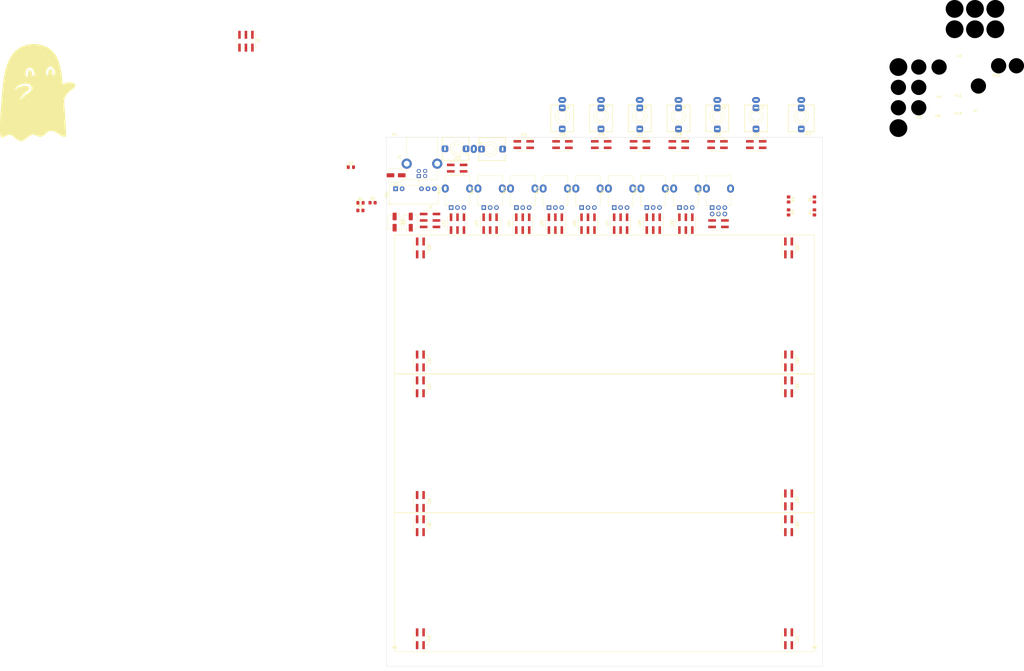
<source format=kicad_pcb>
(kicad_pcb (version 20211014) (generator pcbnew)
  (layers (0 "F.Cu" signal) (31 "B.Cu" signal) (34 "B.Paste" user) (35 "F.Paste" user) (36 "B.SilkS" user "B.Silkscreen") (37 "F.SilkS" user "F.Silkscreen") (38 "B.Mask" user) (39 "F.Mask" user) (44 "Edge.Cuts" user))
  (net 0 "")
  (net 1 "+5V")
  (net 2 "Earth")
  (net 3 "+12V")
  (net 4 "GND")
  (net 5 "-12V")
  (net 6 "Net-(D1-Pad2)")
  (net 7 "Net-(D2-Pad2)")
  (net 11 "+12VA")
  (net 12 "GND1")
  (net 13 "-12VA")
  (net 14 "Net-(J14-Pad1)")
  (net 15 "Net-(J14-Pad3)")
  (net 16 "Net-(J13-Pad1)")
  (net 17 "Net-(J13-Pad3)")
  (net 18 "Net-(J15-Pad1)")
  (net 19 "Net-(J15-Pad3)")
  (net 20 "Net-(J16-Pad1)")
  (net 21 "Net-(J16-Pad3)")
  (net 22 "Net-(J17-Pad1)")
  (net 23 "Net-(J17-Pad3)")
  (net 24 "Net-(J18-Pad1)")
  (net 25 "Net-(J18-Pad3)")
  (net 26 "Net-(J10-PadT)")
  (net 27 "Net-(J10-PadTN)")
  (net 28 "Net-(J11-PadT)")
  (net 29 "Net-(J11-PadTN)")
  (net 30 "Net-(J12-PadR)")
  (net 31 "Net-(J12-PadT)")
  (net 32 "Net-(J21-Pad1)")
  (net 33 "Net-(J21-Pad3)")
  (net 34 "Net-(J22-Pad1)")
  (net 35 "Net-(J22-Pad3)")
  (net 36 "Net-(J22-Pad5)")
  (net 37 "Net-(J23-Pad1)")
  (net 38 "Net-(J23-Pad3)")
  (net 39 "Net-(J23-Pad5)")
  (net 40 "Net-(J24-Pad1)")
  (net 41 "Net-(J24-Pad3)")
  (net 42 "Net-(J24-Pad5)")
  (net 43 "Net-(J25-Pad1)")
  (net 44 "Net-(J25-Pad3)")
  (net 45 "Net-(J25-Pad5)")
  (net 46 "Net-(J26-Pad1)")
  (net 47 "Net-(J26-Pad3)")
  (net 48 "Net-(J26-Pad5)")
  (net 49 "Net-(J27-Pad1)")
  (net 50 "Net-(J27-Pad3)")
  (net 51 "Net-(J27-Pad5)")
  (net 52 "Net-(J28-Pad1)")
  (net 53 "Net-(J28-Pad3)")
  (net 54 "Net-(J28-Pad5)")
  (net 55 "Net-(J29-Pad1)")
  (net 56 "Net-(J29-Pad3)")
  (net 57 "Net-(J29-Pad5)")
  (net 60 "Net-(J21-Pad2)")
  (net 61 "Net-(J21-Pad4)")
  (net 62 "Net-(R3-Pad1)")
  (net 63 "Net-(R4-Pad2)")
  (footprint "Connector_PinSocket_2.54mm:PinSocket_2x03_P2.54mm_Vertical_SMD" (layer "F.Cu") (at 164.592 71.73 90)
    (fp_text reference "J23" (at 0 -5.31 90) (layer "F.SilkS"))
    (fp_text value "Conn_02x03_Odd_Even")
    (pad "1" smd rect (at 2.52 -2.54 90) (size 3 1) (layers "F.Cu" "F.Paste" "F.Mask") (net 37 "Net-(J23-Pad1)"))
    (pad "2" smd rect (at -2.52 -2.54 90) (size 3 1) (layers "F.Cu" "F.Paste" "F.Mask") (net 37 "Net-(J23-Pad1)"))
    (pad "3" smd rect (at 2.52 0 90) (size 3 1) (layers "F.Cu" "F.Paste" "F.Mask") (net 38 "Net-(J23-Pad3)"))
    (pad "4" smd rect (at -2.52 0 90) (size 3 1) (layers "F.Cu" "F.Paste" "F.Mask") (net 38 "Net-(J23-Pad3)"))
    (pad "5" smd rect (at 2.52 2.54 90) (size 3 1) (layers "F.Cu" "F.Paste" "F.Mask") (net 39 "Net-(J23-Pad5)"))
    (pad "6" smd rect (at -2.52 2.54 90) (size 3 1) (layers "F.Cu" "F.Paste" "F.Mask") (net 39 "Net-(J23-Pad5)"))
  )
  (footprint "Connector_PinSocket_2.54mm:PinSocket_2x02_P2.54mm_Vertical_SMD" (layer "F.Cu") (at 193.04 40.64)
    (fp_text reference "J15" (at 0 -4.04) (layer "F.SilkS"))
    (fp_text value "Conn_02x02_Odd_Even")
    (pad "1" smd rect (at 2.52 -1.27) (size 3 1) (layers "F.Cu" "F.Paste" "F.Mask") (net 18 "Net-(J15-Pad1)"))
    (pad "2" smd rect (at -2.52 -1.27) (size 3 1) (layers "F.Cu" "F.Paste" "F.Mask") (net 18 "Net-(J15-Pad1)"))
    (pad "3" smd rect (at 2.52 1.27) (size 3 1) (layers "F.Cu" "F.Paste" "F.Mask") (net 19 "Net-(J15-Pad3)"))
    (pad "4" smd rect (at -2.52 1.27) (size 3 1) (layers "F.Cu" "F.Paste" "F.Mask") (net 19 "Net-(J15-Pad3)"))
  )
  (footprint "Pale Slim Ghost:Potentiometer_Alpha_RD901F-40-00D_Single_Vertical" (layer "F.Cu") (at 149.265 65.415 90)
    (fp_text reference "RV2" (at 6.71 -4.64 270) (layer "F.SilkS"))
    (fp_text value "R_Potentiometer")
    (pad "" thru_hole oval (at 7.5 7.3 180) (size 2.72 3.24) (drill oval 1.1 1.8) (layers *.Cu *.Mask))
    (pad "" thru_hole oval (at 7.5 -2.3 180) (size 2.72 3.24) (drill oval 1.1 1.8) (layers *.Cu *.Mask))
    (pad "1" thru_hole rect (at 0 0 180) (size 1.8 1.8) (drill 1) (layers *.Cu *.Mask) (net 34 "Net-(J22-Pad1)"))
    (pad "2" thru_hole circle (at 0 2.5 180) (size 1.8 1.8) (drill 1) (layers *.Cu *.Mask) (net 35 "Net-(J22-Pad3)"))
    (pad "3" thru_hole circle (at 0 5 180) (size 1.8 1.8) (drill 1) (layers *.Cu *.Mask) (net 36 "Net-(J22-Pad5)"))
  )
  (footprint "Pale Slim Ghost:hole 6mm (jack panel)" (layer "F.Cu") (at 325.12 26.16)
    (fp_text reference "H19" hide)
    (fp_text value "MountingHole" hide)
    (pad "" np_thru_hole circle (at 0 0) (size 6 6) (drill 6) (layers *.Mask))
  )
  (footprint "LED_SMD:LED_0805_2012Metric_Pad1.15x1.40mm_HandSolder" (layer "F.Cu") (at 109.855 49.53)
    (fp_text reference "D2" (at 0 -1.65) (layer "F.SilkS"))
    (fp_text value "Blue")
    (pad "1" smd roundrect (at -1.025 0) (size 1.15 1.4) (layers "F.Cu" "F.Paste" "F.Mask") (roundrect_rratio 0.217391) (net 5 "-12V"))
    (pad "2" smd roundrect (at 1.025 0) (size 1.15 1.4) (layers "F.Cu" "F.Paste" "F.Mask") (roundrect_rratio 0.217391) (net 7 "Net-(D2-Pad2)"))
  )
  (footprint "Connector_PinSocket_2.54mm:PinSocket_2x02_P2.54mm_Vertical_SMD" (layer "F.Cu") (at 254 40.64)
    (fp_text reference "J19" (at 0 -4.04) (layer "F.SilkS"))
    (fp_text value "Conn_02x02_Odd_Even")
    (pad "1" smd rect (at 2.52 -1.27) (size 3 1) (layers "F.Cu" "F.Paste" "F.Mask") (net 26 "Net-(J10-PadT)"))
    (pad "2" smd rect (at -2.52 -1.27) (size 3 1) (layers "F.Cu" "F.Paste" "F.Mask") (net 26 "Net-(J10-PadT)"))
    (pad "3" smd rect (at 2.52 1.27) (size 3 1) (layers "F.Cu" "F.Paste" "F.Mask") (net 27 "Net-(J10-PadTN)"))
    (pad "4" smd rect (at -2.52 1.27) (size 3 1) (layers "F.Cu" "F.Paste" "F.Mask") (net 27 "Net-(J10-PadTN)"))
  )
  (footprint "MountingHole:MountingHole_3.2mm_M3" (layer "F.Cu") (at 333.095 34.135)
    (fp_text reference "H2" (at 0 -4.2) (layer "F.SilkS"))
    (fp_text value "MountingHole")
    (pad "" np_thru_hole circle (at 0 0) (size 3.2 3.2) (drill 3.2) (layers *.Cu *.Mask))
  )
  (footprint "Connector_PinHeader_2.54mm:PinHeader_2x02_P2.54mm_Vertical_SMD" (layer "F.Cu") (at 281.955 125.73 -90)
    (fp_text reference "J33" (at 0 -3.6 90) (layer "F.SilkS"))
    (fp_text value "Conn_02x02_Odd_Even")
    (pad "1" smd rect (at -2.525 -1.27 270) (size 3.15 1) (layers "F.Cu" "F.Paste" "F.Mask") (net 13 "-12VA"))
    (pad "2" smd rect (at 2.525 -1.27 270) (size 3.15 1) (layers "F.Cu" "F.Paste" "F.Mask") (net 12 "GND1"))
    (pad "3" smd rect (at -2.525 1.27 270) (size 3.15 1) (layers "F.Cu" "F.Paste" "F.Mask") (net 13 "-12VA"))
    (pad "4" smd rect (at 2.525 1.27 270) (size 3.15 1) (layers "F.Cu" "F.Paste" "F.Mask") (net 12 "GND1"))
  )
  (footprint "Connector_PinSocket_2.54mm:PinSocket_2x03_P2.54mm_Vertical_SMD" (layer "F.Cu") (at 151.765 71.73 90)
    (fp_text reference "J22" (at 0 -5.31 90) (layer "F.SilkS"))
    (fp_text value "Conn_02x03_Odd_Even")
    (pad "1" smd rect (at 2.52 -2.54 90) (size 3 1) (layers "F.Cu" "F.Paste" "F.Mask") (net 34 "Net-(J22-Pad1)"))
    (pad "2" smd rect (at -2.52 -2.54 90) (size 3 1) (layers "F.Cu" "F.Paste" "F.Mask") (net 34 "Net-(J22-Pad1)"))
    (pad "3" smd rect (at 2.52 0 90) (size 3 1) (layers "F.Cu" "F.Paste" "F.Mask") (net 35 "Net-(J22-Pad3)"))
    (pad "4" smd rect (at -2.52 0 90) (size 3 1) (layers "F.Cu" "F.Paste" "F.Mask") (net 35 "Net-(J22-Pad3)"))
    (pad "5" smd rect (at 2.52 2.54 90) (size 3 1) (layers "F.Cu" "F.Paste" "F.Mask") (net 36 "Net-(J22-Pad5)"))
    (pad "6" smd rect (at -2.52 2.54 90) (size 3 1) (layers "F.Cu" "F.Paste" "F.Mask") (net 36 "Net-(J22-Pad5)"))
  )
  (footprint "Connector_PinSocket_2.54mm:PinSocket_2x02_P2.54mm_Vertical_SMD" (layer "F.Cu") (at 254.381 71.755)
    (fp_text reference "J21" (at 0 -4.04) (layer "F.SilkS"))
    (fp_text value "Conn_02x02_Odd_Even")
    (pad "1" smd rect (at 2.52 -1.27) (size 3 1) (layers "F.Cu" "F.Paste" "F.Mask") (net 32 "Net-(J21-Pad1)"))
    (pad "2" smd rect (at -2.52 -1.27) (size 3 1) (layers "F.Cu" "F.Paste" "F.Mask") (net 60 "Net-(J21-Pad2)"))
    (pad "3" smd rect (at 2.52 1.27) (size 3 1) (layers "F.Cu" "F.Paste" "F.Mask") (net 33 "Net-(J21-Pad3)"))
    (pad "4" smd rect (at -2.52 1.27) (size 3 1) (layers "F.Cu" "F.Paste" "F.Mask") (net 61 "Net-(J21-Pad4)"))
  )
  (footprint "Resistor_SMD:R_0805_2012Metric_Pad1.20x1.40mm_HandSolder" (layer "F.Cu") (at 113.59 66.54)
    (fp_text reference "R1" (at 0 -1.65) (layer "F.SilkS"))
    (fp_text value "560r")
    (pad "1" smd roundrect (at -1 0) (size 1.2 1.4) (layers "F.Cu" "F.Paste" "F.Mask") (roundrect_rratio 0.208333) (net 3 "+12V"))
    (pad "2" smd roundrect (at 1 0) (size 1.2 1.4) (layers "F.Cu" "F.Paste" "F.Mask") (roundrect_rratio 0.208333) (net 6 "Net-(D1-Pad2)"))
  )
  (footprint "Pale Slim Ghost:Potentiometer_Alpha_RD901F-40-00D_Single_Vertical" (layer "F.Cu") (at 213.4 65.415 90)
    (fp_text reference "RV7" (at 6.71 -4.64 270) (layer "F.SilkS"))
    (fp_text value "R_Potentiometer")
    (pad "" thru_hole oval (at 7.5 7.3 180) (size 2.72 3.24) (drill oval 1.1 1.8) (layers *.Cu *.Mask))
    (pad "" thru_hole oval (at 7.5 -2.3 180) (size 2.72 3.24) (drill oval 1.1 1.8) (layers *.Cu *.Mask))
    (pad "1" thru_hole rect (at 0 0 180) (size 1.8 1.8) (drill 1) (layers *.Cu *.Mask) (net 49 "Net-(J27-Pad1)"))
    (pad "2" thru_hole circle (at 0 2.5 180) (size 1.8 1.8) (drill 1) (layers *.Cu *.Mask) (net 50 "Net-(J27-Pad3)"))
    (pad "3" thru_hole circle (at 0 5 180) (size 1.8 1.8) (drill 1) (layers *.Cu *.Mask) (net 51 "Net-(J27-Pad5)"))
  )
  (footprint "Connector_PinHeader_2.54mm:PinHeader_2x02_P2.54mm_Vertical_SMD" (layer "F.Cu") (at 281.94 135.89 -90)
    (fp_text reference "J35" (at 0 -3.6 90) (layer "F.SilkS"))
    (fp_text value "Conn_02x02_Odd_Even")
    (pad "1" smd rect (at -2.525 -1.27 270) (size 3.15 1) (layers "F.Cu" "F.Paste" "F.Mask") (net 12 "GND1"))
    (pad "2" smd rect (at 2.525 -1.27 270) (size 3.15 1) (layers "F.Cu" "F.Paste" "F.Mask") (net 11 "+12VA"))
    (pad "3" smd rect (at -2.525 1.27 270) (size 3.15 1) (layers "F.Cu" "F.Paste" "F.Mask") (net 12 "GND1"))
    (pad "4" smd rect (at 2.525 1.27 270) (size 3.15 1) (layers "F.Cu" "F.Paste" "F.Mask") (net 11 "+12VA"))
  )
  (footprint "Connector_PinHeader_2.54mm:PinHeader_2x02_P2.54mm_Vertical_SMD" (layer "F.Cu") (at 137.16 190.5 -90)
    (fp_text reference "J38" (at 0 -3.6 90) (layer "F.SilkS"))
    (fp_text value "Conn_02x02_Odd_Even")
    (pad "1" smd rect (at -2.525 -1.27 270) (size 3.15 1) (layers "F.Cu" "F.Paste" "F.Mask") (net 12 "GND1"))
    (pad "2" smd rect (at 2.525 -1.27 270) (size 3.15 1) (layers "F.Cu" "F.Paste" "F.Mask") (net 11 "+12VA"))
    (pad "3" smd rect (at -2.525 1.27 270) (size 3.15 1) (layers "F.Cu" "F.Paste" "F.Mask") (net 12 "GND1"))
    (pad "4" smd rect (at 2.525 1.27 270) (size 3.15 1) (layers "F.Cu" "F.Paste" "F.Mask") (net 11 "+12VA"))
  )
  (footprint "Connector_PinHeader_2.54mm:PinHeader_2x02_P2.54mm_Vertical_SMD" (layer "F.Cu") (at 137.145 135.89 -90)
    (fp_text reference "J34" (at 0 -3.6 90) (layer "F.SilkS"))
    (fp_text value "Conn_02x02_Odd_Even")
    (pad "1" smd rect (at -2.525 -1.27 270) (size 3.15 1) (layers "F.Cu" "F.Paste" "F.Mask") (net 12 "GND1"))
    (pad "2" smd rect (at 2.525 -1.27 270) (size 3.15 1) (layers "F.Cu" "F.Paste" "F.Mask") (net 11 "+12VA"))
    (pad "3" smd rect (at -2.525 1.27 270) (size 3.15 1) (layers "F.Cu" "F.Paste" "F.Mask") (net 12 "GND1"))
    (pad "4" smd rect (at 2.525 1.27 270) (size 3.15 1) (layers "F.Cu" "F.Paste" "F.Mask") (net 11 "+12VA"))
  )
  (footprint "MountingHole:MountingHole_3.2mm_M3" (layer "F.Cu") (at 348.57 32.56)
    (fp_text reference "H10" (at 0 -4.2) (layer "F.SilkS"))
    (fp_text value "MountingHole")
    (pad "" np_thru_hole circle (at 0 0) (size 3.2 3.2) (drill 3.2) (layers *.Cu *.Mask))
  )
  (footprint "MountingHole:MountingHole_3.2mm_M3" (layer "F.Cu") (at 292.1 242.57)
    (fp_text reference "H6" (at 0 -4.2) (layer "F.SilkS"))
    (fp_text value "MountingHole")
    (pad "" np_thru_hole circle (at 0 0) (size 3.2 3.2) (drill 3.2) (layers *.Cu *.Mask))
  )
  (footprint "Pale Slim Ghost:hole 6mm (jack panel)" (layer "F.Cu") (at 333.12 10.16)
    (fp_text reference "H16" hide)
    (fp_text value "MountingHole" hide)
    (pad "" np_thru_hole circle (at 0 0) (size 6 6) (drill 6) (layers *.Mask))
  )
  (footprint "MountingHole:MountingHole_3.2mm_M3" (layer "F.Cu") (at 348.57 25.56)
    (fp_text reference "H11" (at 0 -4.2) (layer "F.SilkS"))
    (fp_text value "MountingHole")
    (pad "" np_thru_hole circle (at 0 0) (size 3.2 3.2) (drill 3.2) (layers *.Cu *.Mask))
  )
  (footprint "Pale Slim Ghost:Jack_3.5mm_QingPu_WQP-PJ398SM_Vertical" (layer "F.Cu") (at 223.427781 29.582218 180)
    (fp_text reference "J8" (at -2.1 3.5 180) (layer "F.SilkS"))
    (fp_text value "AudioJack2_SwitchT")
    (pad "" np_thru_hole circle (at 0 0 180) (size 3 3) (drill 3) (layers F&B.Cu *.Mask))
    (pad "S" thru_hole oval (at 0 6.48 180) (size 3.1 2.3) (drill oval 1.6 0.6) (layers *.Cu *.Mask) (net 4 "GND"))
    (pad "T" thru_hole roundrect (at 0 -4.92 180) (size 2.6 2.6) (drill oval 1.6 0.6) (layers *.Cu *.Mask) (net 22 "Net-(J17-Pad1)"))
    (pad "TN" thru_hole roundrect (at 0 3.38 180) (size 2.6 2.6) (drill oval 1.6 0.6) (layers *.Cu *.Mask) (net 23 "Net-(J17-Pad3)"))
  )
  (footprint "Pale Slim Ghost:Jack_3.5mm_QingPu_WQP-PJ398SM_Vertical" (layer "F.Cu") (at 164.592 42.418 -90)
    (fp_text reference "J5" (at -2.1 3.5 90) (layer "F.SilkS"))
    (fp_text value "AudioJack2_SwitchT")
    (pad "" np_thru_hole circle (at 0 0 270) (size 3 3) (drill 3) (layers F&B.Cu *.Mask))
    (pad "S" thru_hole oval (at 0 6.48 270) (size 3.1 2.3) (drill oval 1.6 0.6) (layers *.Cu *.Mask) (net 4 "GND"))
    (pad "T" thru_hole roundrect (at 0 -4.92 270) (size 2.6 2.6) (drill oval 1.6 0.6) (layers *.Cu *.Mask) (net 14 "Net-(J14-Pad1)"))
    (pad "TN" thru_hole roundrect (at 0 3.38 270) (size 2.6 2.6) (drill oval 1.6 0.6) (layers *.Cu *.Mask) (net 15 "Net-(J14-Pad3)"))
  )
  (footprint "Pale Slim Ghost:hole 6.5mm (potentiometer panel)" (layer "F.Cu") (at 325.12 10.16)
    (fp_text reference "H22" hide)
    (fp_text value "MountingHole" hide)
    (pad "" np_thru_hole circle (at 0 0) (size 7 7) (drill 7) (layers *.Mask))
  )
  (footprint "Pale Slim Ghost:hole 6mm (jack panel)" (layer "F.Cu") (at 333.12 26.16)
    (fp_text reference "H17" hide)
    (fp_text value "MountingHole" hide)
    (pad "" np_thru_hole circle (at 0 0) (size 6 6) (drill 6) (layers *.Mask))
  )
  (footprint "Connector_PinSocket_2.54mm:PinSocket_2x03_P2.54mm_Vertical_SMD" (layer "F.Cu") (at 140.97 70.485)
    (fp_text reference "J2" (at 0 -5.31) (layer "F.SilkS"))
    (fp_text value "Conn_02x03_Odd_Even")
    (pad "1" smd rect (at 2.52 -2.54) (size 3 1) (layers "F.Cu" "F.Paste" "F.Mask") (net 3 "+12V"))
    (pad "2" smd rect (at -2.52 -2.54) (size 3 1) (layers "F.Cu" "F.Paste" "F.Mask") (net 3 "+12V"))
    (pad "3" smd rect (at 2.52 0) (size 3 1) (layers "F.Cu" "F.Paste" "F.Mask") (net 4 "GND"))
    (pad "4" smd rect (at -2.52 0) (size 3 1) (layers "F.Cu" "F.Paste" "F.Mask") (net 4 "GND"))
    (pad "5" smd rect (at 2.52 2.54) (size 3 1) (layers "F.Cu" "F.Paste" "F.Mask") (net 5 "-12V"))
    (pad "6" smd rect (at -2.52 2.54) (size 3 1) (layers "F.Cu" "F.Paste" "F.Mask") (net 5 "-12V"))
  )
  (footprint "Connector_PinSocket_2.54mm:PinSocket_2x03_P2.54mm_Vertical_SMD" (layer "F.Cu") (at 177.419 71.73 90)
    (fp_text reference "J24" (at 0 -5.31 90) (layer "F.SilkS"))
    (fp_text value "Conn_02x03_Odd_Even")
    (pad "1" smd rect (at 2.52 -2.54 90) (size 3 1) (layers "F.Cu" "F.Paste" "F.Mask") (net 40 "Net-(J24-Pad1)"))
    (pad "2" smd rect (at -2.52 -2.54 90) (size 3 1) (layers "F.Cu" "F.Paste" "F.Mask") (net 40 "Net-(J24-Pad1)"))
    (pad "3" smd rect (at 2.52 0 90) (size 3 1) (layers "F.Cu" "F.Paste" "F.Mask") (net 41 "Net-(J24-Pad3)"))
    (pad "4" smd rect (at -2.52 0 90) (size 3 1) (layers "F.Cu" "F.Paste" "F.Mask") (net 41 "Net-(J24-Pad3)"))
    (pad "5" smd rect (at 2.52 2.54 90) (size 3 1) (layers "F.Cu" "F.Paste" "F.Mask") (net 42 "Net-(J24-Pad5)"))
    (pad "6" smd rect (at -2.52 2.54 90) (size 3 1) (layers "F.Cu" "F.Paste" "F.Mask") (net 42 "Net-(J24-Pad5)"))
  )
  (footprint "Pale Slim Ghost:hole 6mm (jack panel)" (layer "F.Cu") (at 371.52 9.66)
    (fp_text reference "H14" hide)
    (fp_text value "MountingHole" hide)
    (pad "" np_thru_hole circle (at 0 0) (size 6 6) (drill 6) (layers *.Mask))
  )
  (footprint "Pale Slim Ghost:Jack_3.5mm_QingPu_WQP-PJ398SM_Vertical" (layer "F.Cu") (at 238.667781 29.582218 180)
    (fp_text reference "J9" (at -2.1 3.5 180) (layer "F.SilkS"))
    (fp_text value "AudioJack2_SwitchT")
    (pad "" np_thru_hole circle (at 0 0 180) (size 3 3) (drill 3) (layers F&B.Cu *.Mask))
    (pad "S" thru_hole oval (at 0 6.48 180) (size 3.1 2.3) (drill oval 1.6 0.6) (layers *.Cu *.Mask) (net 4 "GND"))
    (pad "T" thru_hole roundrect (at 0 -4.92 180) (size 2.6 2.6) (drill oval 1.6 0.6) (layers *.Cu *.Mask) (net 24 "Net-(J18-Pad1)"))
    (pad "TN" thru_hole roundrect (at 0 3.38 180) (size 2.6 2.6) (drill oval 1.6 0.6) (layers *.Cu *.Mask) (net 25 "Net-(J18-Pad3)"))
  )
  (footprint "Pale Slim Ghost:Potentiometer_Alpha_RD901F-40-00D_Single_Vertical" (layer "F.Cu") (at 162.092 65.415 90)
    (fp_text reference "RV3" (at 6.71 -4.64 270) (layer "F.SilkS"))
    (fp_text value "R_Potentiometer")
    (pad "" thru_hole oval (at 7.5 7.3 180) (size 2.72 3.24) (drill oval 1.1 1.8) (layers *.Cu *.Mask))
    (pad "" thru_hole oval (at 7.5 -2.3 180) (size 2.72 3.24) (drill oval 1.1 1.8) (layers *.Cu *.Mask))
    (pad "1" thru_hole rect (at 0 0 180) (size 1.8 1.8) (drill 1) (layers *.Cu *.Mask) (net 37 "Net-(J23-Pad1)"))
    (pad "2" thru_hole circle (at 0 2.5 180) (size 1.8 1.8) (drill 1) (layers *.Cu *.Mask) (net 38 "Net-(J23-Pad3)"))
    (pad "3" thru_hole circle (at 0 5 180) (size 1.8 1.8) (drill 1) (layers *.Cu *.Mask) (net 39 "Net-(J23-Pad5)"))
  )
  (footprint "Resistor_SMD:R_0805_2012Metric_Pad1.20x1.40mm_HandSolder" (layer "F.Cu") (at 292.1 67.31 90)
    (fp_text reference "R4" (at 0 -1.65 90) (layer "F.SilkS"))
    (fp_text value "10k")
    (pad "1" smd roundrect (at -1 0 90) (size 1.2 1.4) (layers "F.Cu" "F.Paste" "F.Mask") (roundrect_rratio 0.208333) (net 32 "Net-(J21-Pad1)"))
    (pad "2" smd roundrect (at 1 0 90) (size 1.2 1.4) (layers "F.Cu" "F.Paste" "F.Mask") (roundrect_rratio 0.208333) (net 63 "Net-(R4-Pad2)"))
  )
  (footprint "MountingHole:MountingHole_3.2mm_M3" (layer "F.Cu") (at 340.62 33.56)
    (fp_text reference "H9" (at 0 -4.2) (layer "F.SilkS"))
    (fp_text value "MountingHole")
    (pad "" np_thru_hole circle (at 0 0) (size 3.2 3.2) (drill 3.2) (layers *.Cu *.Mask))
  )
  (footprint "Connector_PinSocket_2.54mm:PinSocket_2x02_P2.54mm_Vertical_SMD" (layer "F.Cu") (at 208.28 40.64)
    (fp_text reference "J16" (at 0 -4.04) (layer "F.SilkS"))
    (fp_text value "Conn_02x02_Odd_Even")
    (pad "1" smd rect (at 2.52 -1.27) (size 3 1) (layers "F.Cu" "F.Paste" "F.Mask") (net 20 "Net-(J16-Pad1)"))
    (pad "2" smd rect (at -2.52 -1.27) (size 3 1) (layers "F.Cu" "F.Paste" "F.Mask") (net 20 "Net-(J16-Pad1)"))
    (pad "3" smd rect (at 2.52 1.27) (size 3 1) (layers "F.Cu" "F.Paste" "F.Mask") (net 21 "Net-(J16-Pad3)"))
    (pad "4" smd rect (at -2.52 1.27) (size 3 1) (layers "F.Cu" "F.Paste" "F.Mask") (net 21 "Net-(J16-Pad3)"))
  )
  (footprint "Connector_PinHeader_2.54mm:PinHeader_2x02_P2.54mm_Vertical_SMD" (layer "F.Cu") (at 281.94 190.5 -90)
    (fp_text reference "J39" (at 0 -3.6 90) (layer "F.SilkS"))
    (fp_text value "Conn_02x02_Odd_Even")
    (pad "1" smd rect (at -2.525 -1.27 270) (size 3.15 1) (layers "F.Cu" "F.Paste" "F.Mask") (net 12 "GND1"))
    (pad "2" smd rect (at 2.525 -1.27 270) (size 3.15 1) (layers "F.Cu" "F.Paste" "F.Mask") (net 11 "+12VA"))
    (pad "3" smd rect (at -2.525 1.27 270) (size 3.15 1) (layers "F.Cu" "F.Paste" "F.Mask") (net 12 "GND1"))
    (pad "4" smd rect (at 2.525 1.27 270) (size 3.15 1) (layers "F.Cu" "F.Paste" "F.Mask") (net 11 "+12VA"))
  )
  (footprint "Pale Slim Ghost:hole 6mm (jack panel)" (layer "F.Cu") (at 364.52 9.66)
    (fp_text reference "H13" hide)
    (fp_text value "MountingHole" hide)
    (pad "" np_thru_hole circle (at 0 0) (size 6 6) (drill 6) (layers *.Mask))
  )
  (footprint "MountingHole:MountingHole_3.2mm_M3" (layer "F.Cu") (at 363.57 17.61)
    (fp_text reference "H12" (at 0 -4.2) (layer "F.SilkS"))
    (fp_text value "MountingHole")
    (pad "" np_thru_hole circle (at 0 0) (size 3.2 3.2) (drill 3.2) (layers *.Cu *.Mask))
  )
  (footprint "Pale Slim Ghost:hole 6.5mm (potentiometer panel)" (layer "F.Cu") (at 363.22 -4.7)
    (fp_text reference "H29" hide)
    (fp_text value "MountingHole" hide)
    (pad "" np_thru_hole circle (at 0 0) (size 7 7) (drill 7) (layers *.Mask))
  )
  (footprint "Connector_PinHeader_2.54mm:PinHeader_2x02_P2.54mm_Vertical_SMD" (layer "F.Cu") (at 281.94 81.28 -90)
    (fp_text reference "J31" (at 0 -3.6 90) (layer "F.SilkS"))
    (fp_text value "Conn_02x02_Odd_Even")
    (pad "1" smd rect (at -2.525 -1.27 270) (size 3.15 1) (layers "F.Cu" "F.Paste" "F.Mask") (net 12 "GND1"))
    (pad "2" smd rect (at 2.525 -1.27 270) (size 3.15 1) (layers "F.Cu" "F.Paste" "F.Mask") (net 11 "+12VA"))
    (pad "3" smd rect (at -2.525 1.27 270) (size 3.15 1) (layers "F.Cu" "F.Paste" "F.Mask") (net 12 "GND1"))
    (pad "4" smd rect (at 2.525 1.27 270) (size 3.15 1) (layers "F.Cu" "F.Paste" "F.Mask") (net 11 "+12VA"))
  )
  (footprint "Pale Slim Ghost:hole 6mm (jack panel)" (layer "F.Cu") (at 341.12 10.16)
    (fp_text reference "H18" hide)
    (fp_text value "MountingHole" hide)
    (pad "" np_thru_hole circle (at 0 0) (size 6 6) (drill 6) (layers *.Mask))
  )
  (footprint "MountingHole:MountingHole_3.2mm_M3" (layer "F.Cu") (at 356.57 24.61)
    (fp_text reference "H8" (at 0 -4.2) (layer "F.SilkS"))
    (fp_text value "MountingHole")
    (pad "" np_thru_hole circle (at 0 0) (size 3.2 3.2) (drill 3.2) (layers *.Cu *.Mask))
  )
  (footprint "Pale Slim Ghost:Jack_3.5mm_QingPu_WQP-PJ398SM_Vertical" (layer "F.Cu") (at 253.907781 29.582218 180)
    (fp_text reference "J10" (at -2.1 3.5 180) (layer "F.SilkS"))
    (fp_text value "AudioJack2_SwitchT")
    (pad "" np_thru_hole circle (at 0 0 180) (size 3 3) (drill 3) (layers F&B.Cu *.Mask))
    (pad "S" thru_hole oval (at 0 6.48 180) (size 3.1 2.3) (drill oval 1.6 0.6) (layers *.Cu *.Mask) (net 4 "GND"))
    (pad "T" thru_hole roundrect (at 0 -4.92 180) (size 2.6 2.6) (drill oval 1.6 0.6) (layers *.Cu *.Mask) (net 26 "Net-(J10-PadT)"))
    (pad "TN" thru_hole roundrect (at 0 3.38 180) (size 2.6 2.6) (drill oval 1.6 0.6) (layers *.Cu *.Mask) (net 27 "Net-(J10-PadTN)"))
  )
  (footprint "Pale Slim Ghost:hole 6.5mm (potentiometer panel)" (layer "F.Cu") (at 363.22 -12.7)
    (fp_text reference "H24" hide)
    (fp_text value "MountingHole" hide)
    (pad "" np_thru_hole circle (at 0 0) (size 7 7) (drill 7) (layers *.Mask))
  )
  (footprint "Converter_DCDC:Converter_DCDC_XP_POWER-IHxxxxSH_THT" (layer "F.Cu") (at 127.45 58.015 90)
    (fp_text reference "PS1" (at -2.31 -3.49 90) (layer "F.SilkS"))
    (fp_text value "IH0512SH")
    (pad "1" thru_hole rect (at 0 0 90) (size 1.85 1.85) (drill 0.85) (layers *.Cu *.Mask) (net 1 "+5V"))
    (pad "2" thru_hole circle (at 0 2.54 90) (size 1.85 1.85) (drill 0.85) (layers *.Cu *.Mask) (net 2 "Earth"))
    (pad "4" thru_hole circle (at 0 10.16 90) (size 1.85 1.85) (drill 0.85) (layers *.Cu *.Mask) (net 5 "-12V"))
    (pad "5" thru_hole circle (at 0 12.7 90) (size 1.85 1.85) (drill 0.85) (layers *.Cu *.Mask) (net 4 "GND"))
    (pad "6" thru_hole circle (at 0 15.24 90) (size 1.85 1.85) (drill 0.85) (layers *.Cu *.Mask) (net 3 "+12V"))
  )
  (footprint "Connector_PinSocket_2.54mm:PinSocket_2x03_P2.54mm_Vertical_SMD" (layer "F.Cu") (at 241.554 71.73 90)
    (fp_text reference "J29" (at 0 -5.31 90) (layer "F.SilkS"))
    (fp_text value "Conn_02x03_Odd_Even")
    (pad "1" smd rect (at 2.52 -2.54 90) (size 3 1) (layers "F.Cu" "F.Paste" "F.Mask") (net 55 "Net-(J29-Pad1)"))
    (pad "2" smd rect (at -2.52 -2.54 90) (size 3 1) (layers "F.Cu" "F.Paste" "F.Mask") (net 55 "Net-(J29-Pad1)"))
    (pad "3" smd rect (at 2.52 0 90) (size 3 1) (layers "F.Cu" "F.Paste" "F.Mask") (net 56 "Net-(J29-Pad3)"))
    (pad "4" smd rect (at -2.52 0 90) (size 3 1) (layers "F.Cu" "F.Paste" "F.Mask") (net 56 "Net-(J29-Pad3)"))
    (pad "5" smd rect (at 2.52 2.54 90) (size 3 1) (layers "F.Cu" "F.Paste" "F.Mask") (net 57 "Net-(J29-Pad5)"))
    (pad "6" smd rect (at -2.52 2.54 90) (size 3 1) (layers "F.Cu" "F.Paste" "F.Mask") (net 57 "Net-(J29-Pad5)"))
  )
  (footprint "Connector_PinHeader_2.54mm:PinHeader_2x02_P2.54mm_Vertical_SMD" (layer "F.Cu") (at 281.94 180.34 -90)
    (fp_text reference "J37" (at 0 -3.6 90) (layer "F.SilkS"))
    (fp_text value "Conn_02x02_Odd_Even")
    (pad "1" smd rect (at -2.525 -1.27 270) (size 3.15 1) (layers "F.Cu" "F.Paste" "F.Mask") (net 13 "-12VA"))
    (pad "2" smd rect (at 2.525 -1.27 270) (size 3.15 1) (layers "F.Cu" "F.Paste" "F.Mask") (net 12 "GND1"))
    (pad "3" smd rect (at -2.525 1.27 270) (size 3.15 1) (layers "F.Cu" "F.Paste" "F.Mask") (net 13 "-12VA"))
    (pad "4" smd rect (at 2.525 1.27 270) (size 3.15 1) (layers "F.Cu" "F.Paste" "F.Mask") (net 12 "GND1"))
  )
  (footprint "MountingHole:MountingHole_3.2mm_M3" (layer "F.Cu") (at 341.095 26.085)
    (fp_text reference "H4" (at 0 -4.2) (layer "F.SilkS"))
    (fp_text value "MountingHole")
    (pad "" np_thru_hole circle (at 0 0) (size 3.2 3.2) (drill 3.2) (layers *.Cu *.Mask))
  )
  (footprint "Connector_PinHeader_2.54mm:PinHeader_2x02_P2.54mm_Vertical_SMD" (layer "F.Cu") (at 137.16 234.95 -90)
    (fp_text reference "J40" (at 0 -3.6 90) (layer "F.SilkS"))
    (fp_text value "Conn_02x02_Odd_Even")
    (pad "1" smd rect (at -2.525 -1.27 270) (size 3.15 1) (layers "F.Cu" "F.Paste" "F.Mask") (net 13 "-12VA"))
    (pad "2" smd rect (at 2.525 -1.27 270) (size 3.15 1) (layers "F.Cu" "F.Paste" "F.Mask") (net 12 "GND1"))
    (pad "3" smd rect (at -2.525 1.27 270) (size 3.15 1) (layers "F.Cu" "F.Paste" "F.Mask") (net 13 "-12VA"))
    (pad "4" smd rect (at 2.525 1.27 270) (size 3.15 1) (layers "F.Cu" "F.Paste" "F.Mask") (net 12 "GND1"))
  )
  (footprint "Connector_PinSocket_2.54mm:PinSocket_2x02_P2.54mm_Vertical_SMD" (layer "F.Cu") (at 177.8 40.64)
    (fp_text reference "J14" (at 0 -4.04) (layer "F.SilkS"))
    (fp_text value "Conn_02x02_Odd_Even")
    (pad "1" smd rect (at 2.52 -1.27) (size 3 1) (layers "F.Cu" "F.Paste" "F.Mask") (net 14 "Net-(J14-Pad1)"))
    (pad "2" smd rect (at -2.52 -1.27) (size 3 1) (layers "F.Cu" "F.Paste" "F.Mask"))
    (pad "3" smd rect (at 2.52 1.27) (size 3 1) (layers "F.Cu" "F.Paste" "F.Mask") (net 15 "Net-(J14-Pad3)"))
    (pad "4" smd rect (at -2.52 1.27) (size 3 1) (layers "F.Cu" "F.Paste" "F.Mask"))
  )
  (footprint "Pale Slim Ghost:hole 6mm (jack panel)" (layer "F.Cu") (at 333.12 18.16)
    (fp_text reference "H21" hide)
    (fp_text value "MountingHole" hide)
    (pad "" np_thru_hole circle (at 0 0) (size 6 6) (drill 6) (layers *.Mask))
  )
  (footprint "Pale Slim Ghost:Potentiometer_Alpha_RD901F-40-00D_Single_Vertical" (layer "F.Cu") (at 174.919 65.415 90)
    (fp_text reference "RV4" (at 6.71 -4.64 270) (layer "F.SilkS"))
    (fp_text value "R_Potentiometer")
    (pad "" thru_hole oval (at 7.5 -2.3 180) (size 2.72 3.24) (drill oval 1.1 1.8) (layers *.Cu *.Mask))
    (pad "" thru_hole oval (at 7.5 7.3 180) (size 2.72 3.24) (drill oval 1.1 1.8) (layers *.Cu *.Mask))
    (pad "1" thru_hole rect (at 0 0 180) (size 1.8 1.8) (drill 1) (layers *.Cu *.Mask) (net 40 "Net-(J24-Pad1)"))
    (pad "2" thru_hole circle (at 0 2.5 180) (size 1.8 1.8) (drill 1) (layers *.Cu *.Mask) (net 41 "Net-(J24-Pad3)"))
    (pad "3" thru_hole circle (at 0 5 180) (size 1.8 1.8) (drill 1) (layers *.Cu *.Mask) (net 42 "Net-(J24-Pad5)"))
  )
  (footprint "Connector_PinSocket_2.54mm:PinSocket_2x02_P2.54mm_Vertical_SMD" (layer "F.Cu") (at 151.638 49.911)
    (fp_text reference "J13" (at 0 -4.04) (layer "F.SilkS"))
    (fp_text value "Conn_02x02_Odd_Even")
    (pad "1" smd rect (at 2.52 -1.27) (size 3 1) (layers "F.Cu" "F.Paste" "F.Mask") (net 16 "Net-(J13-Pad1)"))
    (pad "2" smd rect (at -2.52 -1.27) (size 3 1) (layers "F.Cu" "F.Paste" "F.Mask") (net 16 "Net-(J13-Pad1)"))
    (pad "3" smd rect (at 2.52 1.27) (size 3 1) (layers "F.Cu" "F.Paste" "F.Mask") (net 17 "Net-(J13-Pad3)"))
    (pad "4" smd rect (at -2.52 1.27) (size 3 1) (layers "F.Cu" "F.Paste" "F.Mask") (net 17 "Net-(J13-Pad3)"))
  )
  (footprint "Connector_PinHeader_2.54mm:PinHeader_2x02_P2.54mm_Vertical_SMD" (layer "F.Cu") (at 281.94 234.95 -90)
    (fp_text reference "J41" (at 0 -3.6 90) (layer "F.SilkS"))
    (fp_text value "Conn_02x02_Odd_Even")
    (pad "1" smd rect (at -2.525 -1.27 270) (size 3.15 1) (layers "F.Cu" "F.Paste" "F.Mask") (net 13 "-12VA"))
    (pad "2" smd rect (at 2.525 -1.27 270) (size 3.15 1) (layers "F.Cu" "F.Paste" "F.Mask") (net 12 "GND1"))
    (pad "3" smd rect (at -2.525 1.27 270) (size 3.15 1) (layers "F.Cu" "F.Paste" "F.Mask") (net 13 "-12VA"))
    (pad "4" smd rect (at 2.525 1.27 270) (size 3.15 1) (layers "F.Cu" "F.Paste" "F.Mask") (net 12 "GND1"))
  )
  (footprint "Pale Slim Ghost:hole 6.5mm (potentiometer panel)" (layer "F.Cu") (at 355.22 -4.7)
    (fp_text reference "H27" hide)
    (fp_text value "MountingHole" hide)
    (pad "" np_thru_hole circle (at 0 0) (size 7 7) (drill 7) (layers *.Mask))
  )
  (footprint "Connector_PinSocket_2.54mm:PinSocket_2x03_P2.54mm_Vertical_SMD" (layer "F.Cu") (at 215.9 71.73 90)
    (fp_text reference "J27" (at 0 -5.31 90) (layer "F.SilkS"))
    (fp_text value "Conn_02x03_Odd_Even")
    (pad "1" smd rect (at 2.52 -2.54 90) (size 3 1) (layers "F.Cu" "F.Paste" "F.Mask") (net 49 "Net-(J27-Pad1)"))
    (pad "2" smd rect (at -2.52 -2.54 90) (size 3 1) (layers "F.Cu" "F.Paste" "F.Mask") (net 49 "Net-(J27-Pad1)"))
    (pad "3" smd rect (at 2.52 0 90) (size 3 1) (layers "F.Cu" "F.Paste" "F.Mask") (net 50 "Net-(J27-Pad3)"))
    (pad "4" smd rect (at -2.52 0 90) (size 3 1) (layers "F.Cu" "F.Paste" "F.Mask") (net 50 "Net-(J27-Pad3)"))
    (pad "5" smd rect (at 2.52 2.54 90) (size 3 1) (layers "F.Cu" "F.Paste" "F.Mask") (net 51 "Net-(J27-Pad5)"))
    (pad "6" smd rect (at -2.52 2.54 90) (size 3 1) (layers "F.Cu" "F.Paste" "F.Mask") (net 51 "Net-(J27-Pad5)"))
  )
  (footprint "Connector_PinHeader_2.54mm:PinHeader_2x02_P2.54mm_Vertical_SMD" (layer "F.Cu") (at 137.16 125.73 -90)
    (fp_text reference "J32" (at 0 -3.6 90) (layer "F.SilkS"))
    (fp_text value "Conn_02x02_Odd_Even")
    (pad "1" smd rect (at -2.525 -1.27 270) (size 3.15 1) (layers "F.Cu" "F.Paste" "F.Mask") (net 13 "-12VA"))
    (pad "2" smd rect (at 2.525 -1.27 270) (size 3.15 1) (layers "F.Cu" "F.Paste" "F.Mask") (net 12 "GND1"))
    (pad "3" smd rect (at -2.525 1.27 270) (size 3.15 1) (layers "F.Cu" "F.Paste" "F.Mask") (net 13 "-12VA"))
    (pad "4" smd rect (at 2.525 1.27 270) (size 3.15 1) (layers "F.Cu" "F.Paste" "F.Mask") (net 12 "GND1"))
  )
  (footprint "LED_SMD:LED_0805_2012Metric_Pad1.15x1.40mm_HandSolder" (layer "F.Cu") (at 113.635 63.545)
    (fp_text reference "D1" (at 0 -1.65) (layer "F.SilkS"))
    (fp_text value "Red")
    (pad "1" smd roundrect (at -1.025 0) (size 1.15 1.4) (layers "F.Cu" "F.Paste" "F.Mask") (roundrect_rratio 0.217391) (net 4 "GND"))
    (pad "2" smd roundrect (at 1.025 0) (size 1.15 1.4) (layers "F.Cu" "F.Paste" "F.Mask") (roundrect_rratio 0.217391) (net 6 "Net-(D1-Pad2)"))
  )
  (footprint "Pale Slim Ghost:hole 6.5mm (potentiometer panel)" (layer "F.Cu") (at 325.12 34.16)
    (fp_text reference "H23" hide)
    (fp_text value "MountingHole" hide)
    (pad "" np_thru_hole circle (at 0 0) (size 7 7) (drill 7) (layers *.Mask))
  )
  (footprint "Pale Slim Ghost:logo 30mm" (layer "F.Cu") (at -13.102656 20.424264)
    (fp_text reference "G1" (at 0 0) (layer "F.SilkS") (effects (font (size 1.524 1.524) (thickness 0.3))))
    (fp_text value "Artwork" hide)
  )
  (footprint "Capacitor_SMD:CP_Elec_5x4.4" (layer "F.Cu") (at 133.39 71.12 90)
    (fp_text reference "C2" (at 0 -3.7 90) (layer "F.SilkS"))
    (fp_text value "10μ")
    (pad "1" smd roundrect (at -2.2 0 90) (size 3 1.6) (layers "F.Cu" "F.Paste" "F.Mask") (roundrect_rratio 0.15625) (net 3 "+12V"))
    (pad "2" smd roundrect (at 2.2 0 90) (size 3 1.6) (layers "F.Cu" "F.Paste" "F.Mask") (roundrect_rratio 0.15625) (net 4 "GND"))
  )
  (footprint "Pale Slim Ghost:hole 6mm (jack panel)" (layer "F.Cu") (at 356.57 17.61)
    (fp_text reference "H15" hide)
    (fp_text value "MountingHole" hide)
    (pad "" np_thru_hole circle (at 0 0) (size 6 6) (drill 6) (layers *.Mask))
  )
  (footprint "Pale Slim Ghost:Jack_3.5mm_QingPu_WQP-PJ398SM_Vertical" (layer "F.Cu") (at 151.765 42.291 90)
    (fp_text reference "J4" (at -2.1 3.5 90) (layer "F.SilkS"))
    (fp_text value "AudioJack2_SwitchT")
    (pad "" np_thru_hole circle (at 0 0 90) (size 3 3) (drill 3) (layers F&B.Cu *.Mask))
    (pad "S" thru_hole oval (at 0 6.48 90) (size 3.1 2.3) (drill oval 1.6 0.6) (layers *.Cu *.Mask) (net 4 "GND"))
    (pad "T" thru_hole roundrect (at 0 -4.92 90) (size 2.6 2.6) (drill oval 1.6 0.6) (layers *.Cu *.Mask) (net 16 "Net-(J13-Pad1)"))
    (pad "TN" thru_hole roundrect (at 0 3.38 90) (size 2.6 2.6) (drill oval 1.6 0.6) (layers *.Cu *.Mask) (net 17 "Net-(J13-Pad3)"))
  )
  (footprint "Pale Slim Ghost:hole 6.5mm (potentiometer panel)" (layer "F.Cu") (at 347.22 -4.7)
    (fp_text reference "H26" hide)
    (fp_text value "MountingHole" hide)
    (pad "" np_thru_hole circle (at 0 0) (size 7 7) (drill 7) (layers *.Mask))
  )
  (footprint "MountingHole:MountingHole_3.2mm_M3" (layer "F.Cu") (at 349.095 10.135)
    (fp_text reference "H3" (at 0 -4.2) (layer "F.SilkS"))
    (fp_text value "MountingHole")
    (pad "" np_thru_hole circle (at 0 0) (size 3.2 3.2) (drill 3.2) (layers *.Cu *.Mask))
  )
  (footprint "Pale Slim Ghost:Jack_3.5mm_QingPu_WQP-PJ398SM_Vertical" (layer "F.Cu") (at 269.147781 29.582218 180)
    (fp_text reference "J11" (at -2.1 3.5 180) (layer "F.SilkS"))
    (fp_text value "AudioJack2_SwitchT")
    (pad "" np_thru_hole circle (at 0 0 180) (size 3 3) (drill 3) (layers F&B.Cu *.Mask))
    (pad "S" thru_hole oval (at 0 6.48 180) (size 3.1 2.3) (drill oval 1.6 0.6) (layers *.Cu *.Mask) (net 4 "GND"))
    (pad "T" thru_hole roundrect (at 0 -4.92 180) (size 2.6 2.6) (drill oval 1.6 0.6) (layers *.Cu *.Mask) (net 28 "Net-(J11-PadT)"))
    (pad "TN" thru_hole roundrect (at 0 3.38 180) (size 2.6 2.6) (drill oval 1.6 0.6) (layers *.Cu *.Mask) (net 29 "Net-(J11-PadTN)"))
  )
  (footprint "Pale Slim Ghost:hole 6.5mm (potentiometer panel)" (layer "F.Cu") (at 347.22 -12.7)
    (fp_text reference "H28" hide)
    (fp_text value "MountingHole" hide)
    (pad "" np_thru_hole circle (at 0 0) (size 7 7) (drill 7) (layers *.Mask))
  )
  (footprint "MountingHole:MountingHole_3.2mm_M3" (layer "F.Cu") (at 355.57 31.61)
    (fp_text reference "H7" (at 0 -4.2) (layer "F.SilkS"))
    (fp_text value "MountingHole")
    (pad "" np_thru_hole circle (at 0 0) (size 3.2 3.2) (drill 3.2) (layers *.Cu *.Mask))
  )
  (footprint "Capacitor_SMD:CP_Elec_5x4.4" (layer "F.Cu") (at 127.635 52.705 180)
    (fp_text reference "C1" (at 0 -3.7) (layer "F.SilkS"))
    (fp_text value "47μ")
    (pad "1" smd roundrect (at -2.2 0 180) (size 3 1.6) (layers "F.Cu" "F.Paste" "F.Mask") (roundrect_rratio 0.15625) (net 1 "+5V"))
    (pad "2" smd roundrect (at 2.2 0 180) (size 3 1.6) (layers "F.Cu" "F.Paste" "F.Mask") (roundrect_rratio 0.15625) (net 2 "Earth"))
  )
  (footprint "Connector_PinHeader_2.54mm:PinHeader_2x02_P2.54mm_Vertical_SMD" (layer "F.Cu") (at 137.175 81.28 -90)
    (fp_text reference "J30" (at 0 -3.6 90) (layer "F.SilkS"))
    (fp_text value "Conn_02x02_Odd_Even")
    (pad "1" smd rect (at -2.525 -1.27 270) (size 3.15 1) (layers "F.Cu" "F.Paste" "F.Mask") (net 12 "GND1"))
    (pad "2" smd rect (at 2.525 -1.27 270) (size 3.15 1) (layers "F.Cu" "F.Paste" "F.Mask") (net 11 "+12VA"))
    (pad "3" smd rect (at -2.525 1.27 270) (size 3.15 1) (layers "F.Cu" "F.Paste" "F.Mask") (net 12 "GND1"))
    (pad "4" smd rect (at 2.525 1.27 270) (size 3.15 1) (layers "F.Cu" "F.Paste" "F.Mask") (net 11 "+12VA"))
  )
  (footprint "Connector_PinSocket_2.54mm:PinSocket_2x02_P2.54mm_Vertical_SMD" (layer "F.Cu") (at 223.52 40.64)
    (fp_text reference "J17" (at 0 -4.04) (layer "F.SilkS"))
    (fp_text value "Conn_02x02_Odd_Even")
    (pad "1" smd rect (at 2.52 -1.27) (size 3 1) (layers "F.Cu" "F.Paste" "F.Mask") (net 22 "Net-(J17-Pad1)"))
    (pad "2" smd rect (at -2.52 -1.27) (size 3 1) (layers "F.Cu" "F.Paste" "F.Mask") (net 22 "Net-(J17-Pad1)"))
    (pad "3" smd rect (at 2.52 1.27) (size 3 1) (layers "F.Cu" "F.Paste" "F.Mask") (net 23 "Net-(J17-Pad3)"))
    (pad "4" smd rect (at -2.52 1.27) (size 3 1) (layers "F.Cu" "F.Paste" "F.Mask") (net 23 "Net-(J17-Pad3)"))
  )
  (footprint "Pale Slim Ghost:Jack_3.5mm_QingPu_WQP-PJ366ST_Vertical" (layer "F.Cu") (at 286.927781 29.582218 180)
    (fp_text reference "J12" (at -2.5 -6.8) (layer "F.SilkS"))
    (fp_text value "AudioJack3")
    (pad "R" thru_hole roundrect (at 0 3.38 180) (size 2.6 2.6) (drill oval 1.6 0.6) (layers *.Cu *.Mask) (net 30 "Net-(J12-PadR)"))
    (pad "S" thru_hole oval (at 0 6.48 180) (size 3.1 2.3) (drill oval 1.6 0.6) (layers *.Cu *.Mask) (net 4 "GND"))
    (pad "T" thru_hole roundrect (at 0 -4.92 180) (size 2.6 2.6) (drill oval 1.6 0.6) (layers *.Cu *.Mask) (net 31 "Net-(J12-PadT)"))
  )
  (footprint "Pale Slim Ghost:Potentiometer_Alpha_RD901F-40-00D_Single_Vertical" (layer "F.Cu") (at 200.573 65.415 90)
    (fp_text reference "RV6" (at 6.71 -4.64 270) (layer "F.SilkS"))
    (fp_text value "R_Potentiometer")
    (pad "" thru_hole oval (at 7.5 7.3 180) (size 2.72 3.24) (drill oval 1.1 1.8) (layers *.Cu *.Mask))
    (pad "" thru_hole oval (at 7.5 -2.3 180) (size 2.72 3.24) (drill oval 1.1 1.8) (layers *.Cu *.Mask))
    (pad "1" thru_hole rect (at 0 0 180) (size 1.8 1.8) (drill 1) (layers *.Cu *.Mask) (net 46 "Net-(J26-Pad1)"))
    (pad "2" thru_hole circle (at 0 2.5 180) (size 1.8 1.8) (drill 1) (layers *.Cu *.Mask) (net 47 "Net-(J26-Pad3)"))
    (pad "3" thru_hole circle (at 0 5 180) (size 1.8 1.8) (drill 1) (layers *.Cu *.Mask) (net 48 "Net-(J26-Pad5)"))
  )
  (footprint "Connector_PinSocket_2.54mm:PinSocket_2x03_P2.54mm_Vertical_SMD" (layer "F.Cu") (at 228.727 71.73 90)
    (fp_text reference "J28" (at 0 -5.31 90) (layer "F.SilkS"))
    (fp_text value "Conn_02x03_Odd_Even")
    (pad "1" smd rect (at 2.52 -2.54 90) (size 3 1) (layers "F.Cu" "F.Paste" "F.Mask") (net 52 "Net-(J28-Pad1)"))
    (pad "2" smd rect (at -2.52 -2.54 90) (size 3 1) (layers "F.Cu" "F.Paste" "F.Mask") (net 52 "Net-(J28-Pad1)"))
    (pad "3" smd rect (at 2.52 0 90) (size 3 1) (layers "F.Cu" "F.Paste" "F.Mask") (net 53 "Net-(J28-Pad3)"))
    (pad "4" smd rect (at -2.52 0 90) (size 3 1) (layers "F.Cu" "F.Paste" "F.Mask") (net 53 "Net-(J28-Pad3)"))
    (pad "5" smd rect (at 2.52 2.54 90) (size 3 1) (layers "F.Cu" "F.Paste" "F.Mask") (net 54 "Net-(J28-Pad5)"))
    (pad "6" smd rect (at -2.52 2.54 90) (size 3 1) (layers "F.Cu" "F.Paste" "F.Mask") (net 54 "Net-(J28-Pad5)"))
  )
  (footprint "Connector_PinSocket_2.54mm:PinSocket_2x03_P2.54mm_Vertical_SMD" (layer "F.Cu") (at 190.246 71.73 90)
    (fp_text reference "J25" (at 0 -5.31 90) (layer "F.SilkS"))
    (fp_text value "Conn_02x03_Odd_Even")
    (pad "1" smd rect (at 2.52 -2.54 90) (size 3 1) (layers "F.Cu" "F.Paste" "F.Mask") (net 43 "Net-(J25-Pad1)"))
    (pad "2" smd rect (at -2.52 -2.54 90) (size 3 1) (layers "F.Cu" "F.Paste" "F.Mask") (net 43 "Net-(J25-Pad1)"))
    (pad "3" smd rect (at 2.52 0 90) (size 3 1) (layers "F.Cu" "F.Paste" "F.Mask") (net 44 "Net-(J25-Pad3)"))
    (pad "4" smd rect (at -2.52 0 90) (size 3 1) (layers "F.Cu" "F.Paste" "F.Mask") (net 44 "Net-(J25-Pad3)"))
    (pad "5" smd rect (at 2.52 2.54 90) (size 3 1) (layers "F.Cu" "F.Paste" "F.Mask") (net 45 "Net-(J25-Pad5)"))
    (pad "6" smd rect (at -2.52 2.54 90) (size 3 1) (layers "F.Cu" "F.Paste" "F.Mask") (net 45 "Net-(J25-Pad5)"))
  )
  (footprint "Pale Slim Ghost:Potentiometer_Alpha_RD902F-40-00D_Dual_Vertical" (layer "F.Cu") (at 251.881 65.435 90)
    (fp_text reference "RV1" (at 6.35 -5.06 270) (layer "F.SilkS"))
    (fp_text value "R_Potentiometer_Dual")
    (pad "" thru_hole oval (at 7.5 -2.25 180) (size 2.72 3.24) (drill oval 1.1 1.8) (layers *.Cu *.Mask))
    (pad "" thru_hole oval (at 7.5 7.25 180) (size 2.72 3.24) (drill oval 1.1 1.8) (layers *.Cu *.Mask))
    (pad "1" thru_hole rect (at 0 0 180) (size 1.8 1.8) (drill 1) (layers *.Cu *.Mask) (net 4 "GND"))
    (pad "2" thru_hole circle (at 0 2.5 180) (size 1.8 1.8) (drill 1) (layers *.Cu *.Mask) (net 31 "Net-(J12-PadT)"))
    (pad "3" thru_hole circle (at 0 5 180) (size 1.8 1.8) (drill 1) (layers *.Cu *.Mask) (net 62 "Net-(R3-Pad1)"))
    (pad "4" thru_hole circle (at -2.5 0 180) (size 1.8 1.8) (drill 1) (layers *.Cu *.Mask) (net 4 "GND"))
    (pad "5" thru_hole circle (at -2.5 2.5 180) (size 1.8 1.8) (drill 1) (layers *.Cu *.Mask) (net 30 "Net-(J12-PadR)"))
    (pad "6" thru_hole circle (at -2.5 5 180) (size 1.8 1.8) (drill 1) (layers *.Cu *.Mask) (net 63 "Net-(R4-Pad2)"))
  )
  (footprint "Connector_PinHeader_2.54mm:PinHeader_2x02_P2.54mm_Vertical_SMD" (layer "F.Cu") (at 137.16 180.975 -90)
    (fp_text reference "J36" (at 0 -3.6 90) (layer "F.SilkS"))
    (fp_text value "Conn_02x02_Odd_Even")
    (pad "1" smd rect (at -2.525 -1.27 270) (size 3.15 1) (layers "F.Cu" "F.Paste" "F.Mask") (net 13 "-12VA"))
    (pad "2" smd rect (at 2.525 -1.27 270) (size 3.15 1) (layers "F.Cu" "F.Paste" "F.Mask") (net 12 "GND1"))
    (pad "3" smd rect (at -2.525 1.27 270) (size 3.15 1) (layers "F.Cu" "F.Paste" "F.Mask") (net 13 "-12VA"))
    (pad "4" smd rect (at 2.525 1.27 270) (size 3.15 1) (layers "F.Cu" "F.Paste" "F.Mask") (net 12 "GND1"))
  )
  (footprint "Pale Slim Ghost:Potentiometer_Alpha_RD901F-40-00D_Single_Vertical" (layer "F.Cu") (at 187.746 65.415 90)
    (fp_text reference "RV5" (at 6.71 -4.64 270) (layer "F.SilkS"))
    (fp_text value "R_Potentiometer")
    (pad "" thru_hole oval (at 7.5 -2.3 180) (size 2.72 3.24) (drill oval 1.1 1.8) (layers *.Cu *.Mask))
    (pad "" thru_hole oval (at 7.5 7.3 180) (size 2.72 3.24) (drill oval 1.1 1.8) (layers *.Cu *.Mask))
    (pad "1" thru_hole rect (at 0 0 180) (size 1.8 1.8) (drill 1) (layers *.Cu *.Mask) (net 43 "Net-(J25-Pad1)"))
    (pad "2" thru_hole circle (at 0 2.5 180) (size 1.8 1.8) (drill 1) (layers *.Cu *.Mask) (net 44 "Net-(J25-Pad3)"))
    (pad "3" thru_hole circle (at 0 5 180) (size 1.8 1.8) (drill 1) (layers *.Cu *.Mask) (net 45 "Net-(J25-Pad5)"))
  )
  (footprint "Resistor_SMD:R_0805_2012Metric_Pad1.20x1.40mm_HandSolder" (layer "F.Cu") (at 281.94 67.31 -90)
    (fp_text reference "R3" (at 0 -1.65 90) (layer "F.SilkS"))
    (fp_text value "10k")
    (pad "1" smd roundrect (at -1 0 270) (size 1.2 1.4) (layers "F.Cu" "F.Paste" "F.Mask") (roundrect_rratio 0.208333) (net 62 "Net-(R3-Pad1)"))
    (pad "2" smd roundrect (at 1 0 270) (size 1.2 1.4) (layers "F.Cu" "F.Paste" "F.Mask") (roundrect_rratio 0.208333) (net 33 "Net-(J21-Pad3)"))
  )
  (footprint "Pale Slim Ghost:Potentiometer_Alpha_RD901F-40-00D_Single_Vertical" (layer "F.Cu") (at 226.187 65.405 90)
    (fp_text reference "RV8" (at 6.71 -4.64 270) (layer "F.SilkS"))
    (fp_text value "R_Potentiometer")
    (pad "" thru_hole oval (at 7.5 7.3 180) (size 2.72 3.24) (drill oval 1.1 1.8) (layers *.Cu *.Mask))
    (pad "" thru_hole oval (at 7.5 -2.3 180) (size 2.72 3.24) (drill oval 1.1 1.8) (layers *.Cu *.Mask))
    (pad "1" thru_hole rect (at 0 0 180) (size 1.8 1.8) (drill 1) (layers *.Cu *.Mask) (net 52 "Net-(J28-Pad1)"))
    (pad "2" thru_hole circle (at 0 2.5 180) (size 1.8 1.8) (drill 1) (layers *.Cu *.Mask) (net 53 "Net-(J28-Pad3)"))
    (pad "3" thru_hole circle (at 0 5 180) (size 1.8 1.8) (drill 1) (layers *.Cu *.Mask) (net 54 "Net-(J28-Pad5)"))
  )
  (footprint "Capacitor_SMD:CP_Elec_5x4.4" (layer "F.Cu") (at 127.04 71.12 -90)
    (fp_text reference "C3" (at 0 -3.7 90) (layer "F.SilkS"))
    (fp_text value "10μ")
    (pad "1" smd roundrect (at -2.2 0 270) (size 3 1.6) (layers "F.Cu" "F.Paste" "F.Mask") (roundrect_rratio 0.15625) (net 4 "GND"))
    (pad "2" smd roundrect (at 2.2 0 270) (size 3 1.6) (layers "F.Cu" "F.Paste" "F.Mask") (roundrect_rratio 0.15625) (net 5 "-12V"))
  )
  (footprint "Connector_PinSocket_2.54mm:PinSocket_2x02_P2.54mm_Vertical_SMD" (layer "F.Cu") (at 238.76 40.64)
    (fp_text reference "J18" (at 0 -4.04) (layer "F.SilkS"))
    (fp_text value "Conn_02x02_Odd_Even")
    (pad "1" smd rect (at 2.52 -1.27) (size 3 1) (layers "F.Cu" "F.Paste" "F.Mask") (net 24 "Net-(J18-Pad1)"))
    (pad "2" smd rect (at -2.52 -1.27) (size 3 1) (layers "F.Cu" "F.Paste" "F.Mask") (net 24 "Net-(J18-Pad1)"))
    (pad "3" smd rect (at 2.52 1.27) (size 3 1) (layers "F.Cu" "F.Paste" "F.Mask") (net 25 "Net-(J18-Pad3)"))
    (pad "4" smd rect (at -2.52 1.27) (size 3 1) (layers "F.Cu" "F.Paste" "F.Mask") (net 25 "Net-(J18-Pad3)"))
  )
  (footprint "MountingHole:MountingHole_3.2mm_M3" (layer "F.Cu") (at 127 242.57)
    (fp_text reference "H5" (at 0 -4.2) (layer "F.SilkS"))
    (fp_text value "MountingHole")
    (pad "" np_thru_hole circle (at 0 0) (size 3.2 3.2) (drill 3.2) (layers *.Cu *.Mask))
  )
  (footprint "Pale Slim Ghost:hole 6.5mm (potentiometer panel)" (layer "F.Cu") (at 355.22 -12.7)
    (fp_text reference "H25" hide)
    (fp_text value "MountingHole" hide)
    (pad "" np_thru_hole circle (at 0 0) (size 7 7) (drill 7) (layers *.Mask))
  )
  (footprint "Connector_PinHeader_2.54mm:PinHeader_2x03_P2.54mm_Vertical_SMD" (layer "F.Cu") (at 68.58 0 -90)
    (fp_text reference "J3" (at 0 -4.87 90) (layer "F.SilkS"))
    (fp_text value "Conn_02x03_Odd_Even")
    (pad "1" smd rect (at -2.525 -2.54 270) (size 3.15 1) (layers "F.Cu" "F.Paste" "F.Mask") (net 11 "+12VA"))
    (pad "2" smd rect (at 2.525 -2.54 270) (size 3.15 1) (layers "F.Cu" "F.Paste" "F.Mask") (net 11 "+12VA"))
    (pad "3" smd rect (at -2.525 0 270) (size 3.15 1) (layers "F.Cu" "F.Paste" "F.Mask") (net 12 "GND1"))
    (pad "4" smd rect (at 2.525 0 270) (size 3.15 1) (layers "F.Cu" "F.Paste" "F.Mask") (net 12 "GND1"))
    (pad "5" smd rect (at -2.525 2.54 270) (size 3.15 1) (layers "F.Cu" "F.Paste" "F.Mask") (net 13 "-12VA"))
    (pad "6" smd rect (at 2.525 2.54 270) (size 3.15 1) (layers "F.Cu" "F.Paste" "F.Mask") (net 13 "-12VA"))
  )
  (footprint "Connector_PinSocket_2.54mm:PinSocket_2x03_P2.54mm_Vertical_SMD" (layer "F.Cu") (at 203.073 71.73 90)
    (fp_text reference "J26" (at 0 -5.31 90) (layer "F.SilkS"))
    (fp_text value "Conn_02x03_Odd_Even")
    (pad "1" smd rect (at 2.52 -2.54 90) (size 3 1) (layers "F.Cu" "F.Paste" "F.Mask") (net 46 "Net-(J26-Pad1)"))
    (pad "2" smd rect (at -2.52 -2.54 90) (size 3 1) (layers "F.Cu" "F.Paste" "F.Mask") (net 46 "Net-(J26-Pad1)"))
    (pad "3" smd rect (at 2.52 0 90) (size 3 1) (layers "F.Cu" "F.Paste" "F.Mask") (net 47 "Net-(J26-Pad3)"))
    (pad "4" smd rect (at -2.52 0 90) (size 3 1) (layers "F.Cu" "F.Paste" "F.Mask") (net 47 "Net-(J26-Pad3)"))
    (pad "5" smd rect (at 2.52 2.54 90) (size 3 1) (layers "F.Cu" "F.Paste" "F.Mask") (net 48 "Net-(J26-Pad5)"))
    (pad "6" smd rect (at -2.52 2.54 90) (size 3 1) (layers "F.Cu" "F.Paste" "F.Mask") (net 48 "Net-(J26-Pad5)"))
  )
  (footprint "Resistor_SMD:R_0805_2012Metric_Pad1.20x1.40mm_HandSolder" (layer "F.Cu") (at 292.1 62.23 90)
    (fp_text reference "R6" (at 0 -1.65 90) (layer "F.SilkS"))
    (fp_text value "10k")
    (pad "1" smd roundrect (at -1 0 90) (size 1.2 1.4) (layers "F.Cu" "F.Paste" "F.Mask") (roundrect_rratio 0.208333) (net 60 "Net-(J21-Pad2)"))
    (pad "2" smd roundrect (at 1 0 90) (size 1.2 1.4) (layers "F.Cu" "F.Paste" "F.Mask") (roundrect_rratio 0.208333) (net 63 "Net-(R4-Pad2)"))
  )
  (footprint "Pale Slim Ghost:hole 6mm (jack panel)" (layer "F.Cu") (at 325.12 18.16)
    (fp_text reference "H20" hide)
    (fp_text value "MountingHole" hide)
    (pad "" np_thru_hole circle (at 0 0) (size 6 6) (drill 6) (layers *.Mask))
  )
  (footprint "Pale Slim Ghost:Jack_3.5mm_QingPu_WQP-PJ398SM_Vertical" (layer "F.Cu") (at 208.187781 29.582218 180)
    (fp_text reference "J7" (at -2.1 3.5 180) (layer "F.SilkS"))
    (fp_text value "AudioJack2_SwitchT")
    (pad "" np_thru_hole circle (at 0 0 180) (size 3 3) (drill 3) (layers F&B.Cu *.Mask))
    (pad "S" thru_hole oval (at 0 6.48 180) (size 3.1 2.3) (drill oval 1.6 0.6) (layers *.Cu *.Mask) (net 4 "GND"))
    (pad "T" thru_hole roundrect (at 0 -4.92 180) (size 2.6 2.6) (drill oval 1.6 0.6) (layers *.Cu *.Mask) (net 20 "Net-(J16-Pad1)"))
    (pad "TN" thru_hole roundrect (at 0 3.38 180) (size 2.6 2.6) (drill oval 1.6 0.6) (layers *.Cu *.Mask) (net 21 "Net-(J16-Pad3)"))
  )
  (footprint "Resistor_SMD:R_0805_2012Metric_Pad1.20x1.40mm_HandSolder" (layer "F.Cu") (at 281.94 62.23 -90)
    (fp_text reference "R5" (at 0 -1.65 90) (layer "F.SilkS"))
    (fp_text value "10k")
    (pad "1" smd roundrect (at -1 0 270) (size 1.2 1.4) (layers "F.Cu" "F.Paste" "F.Mask") (roundrect_rratio 0.208333) (net 62 "Net-(R3-Pad1)"))
    (pad "2" smd roundrect (at 1 0 270) (size 1.2 1.4) (layers "F.Cu" "F.Paste" "F.Mask") (roundrect_rratio 0.208333) (net 61 "Net-(J21-Pad4)"))
  )
  (footprint "Resistor_SMD:R_0805_2012Metric_Pad1.20x1.40mm_HandSolder" (layer "F.Cu") (at 118.38 63.5)
    (fp_text reference "R2" (at 0 -1.65) (layer "F.SilkS"))
    (fp_text value "560r")
    (pad "1" smd roundrect (at -1 0) (size 1.2 1.4) (layers "F.Cu" "F.Paste" "F.Mask") (roundrect_rratio 0.208333) (net 4 "GND"))
    (pad "2" smd roundrect (at 1 0) (size 1.2 1.4) (layers "F.Cu" "F.Paste" "F.Mask") (roundrect_rratio 0.208333) (net 7 "Net-(D2-Pad2)"))
  )
  (footprint "MountingHole:MountingHole_3.2mm_M3" (layer "F.Cu") (at 127 40.894)
    (fp_text reference "H1" (at 0 -4.2) (layer "F.SilkS"))
    (fp_text value "MountingHole")
    (pad "" np_thru_hole circle (at 0 0) (size 3.2 3.2) (drill 3.2) (layers *.Cu *.Mask))
  )
  (footprint "Connector_PinSocket_2.54mm:PinSocket_2x02_P2.54mm_Vertical_SMD" (layer "F.Cu") (at 269.24 40.64)
    (fp_text reference "J20" (at 0 -4.04) (layer "F.SilkS"))
    (fp_text value "Conn_02x02_Odd_Even")
    (pad "1" smd rect (at 2.52 -1.27) (size 3 1) (layers "F.Cu" "F.Paste" "F.Mask") (net 28 "Net-(J11-PadT)"))
    (pad "2" smd rect (at -2.52 -1.27) (size 3 1) (layers "F.Cu" "F.Paste" "F.Mask") (net 28 "Net-(J11-PadT)"))
    (pad "3" smd rect (at 2.52 1.27) (size 3 1) (layers "F.Cu" "F.Paste" "F.Mask") (net 29 "Net-(J11-PadTN)"))
    (pad "4" smd rect (at -2.52 1.27) (size 3 1) (layers "F.Cu" "F.Paste" "F.Mask") (net 29 "Net-(J11-PadTN)"))
  )
  (footprint "Pale Slim Ghost:Potentiometer_Alpha_RD901F-40-00D_Single_Vertical" (layer "F.Cu") (at 239.054 65.415 90)
    (fp_text reference "RV9" (at 6.71 -4.64 270) (layer "F.SilkS"))
    (fp_text value "R_Potentiometer")
    (pad "" thru_hole oval (at 7.5 7.3 180) (size 2.72 3.24) (drill oval 1.1 1.8) (layers *.Cu *.Mask))
    (pad "" thru_hole oval (at 7.5 -2.3 180) (size 2.72 3.24) (drill oval 1.1 1.8) (layers *.Cu *.Mask))
    (pad "1" thru_hole rect (at 0 0 180) (size 1.8 1.8) (drill 1) (layers *.Cu *.Mask) (net 55 "Net-(J29-Pad1)"))
    (pad "2" thru_hole circle (at 0 2.5 180) (size 1.8 1.8) (drill 1) (layers *.Cu *.Mask) (net 56 "Net-(J29-Pad3)"))
    (pad "3" thru_hole circle (at 0 5 180) (size 1.8 1.8) (drill 1) (layers *.Cu *.Mask) (net 57 "Net-(J29-Pad5)"))
  )
  (footprint "Pale Slim Ghost:USB_B_Lumberg_2411_02_Horizontal" (layer "F.Cu") (at 136.545 53.0155 90)
    (fp_text reference "J1" (at 7.5 -7.65 90) (layer "F.SilkS"))
    (fp_text value "USB_B")
    (pad "1" thru_hole rect (at 0 0 180) (size 1.6 1.6) (drill 0.95) (layers *.Cu *.Mask) (net 1 "+5V"))
    (pad "2" thru_hole circle (at 0 2.5 180) (size 1.6 1.6) (drill 0.95) (layers *.Cu *.Mask))
    (pad "3" thru_hole circle (at 2 2.5 180) (size 1.6 1.6) (drill 0.95) (layers *.Cu *.Mask))
    (pad "4" thru_hole circle (at 2 0 180) (size 1.6 1.6) (drill 0.95) (layers *.Cu *.Mask) (net 2 "Earth"))
    (pad "5" thru_hole circle (at 4.86 7.25 180) (size 4 4) (drill 2.3) (layers *.Cu *.Mask))
    (pad "5" thru_hole circle (at 4.86 -4.75 180) (size 4 4) (drill 2.3) (layers *.Cu *.Mask))
  )
  (footprint "Pale Slim Ghost:Jack_3.5mm_QingPu_WQP-PJ398SM_Vertical" (layer "F.Cu") (at 192.947781 29.582218 180)
    (fp_text reference "J6" (at -2.1 3.5 180) (layer "F.SilkS"))
    (fp_text value "AudioJack2_SwitchT")
    (pad "" np_thru_hole circle (at 0 0 180) (size 3 3) (drill 3) (layers F&B.Cu *.Mask))
    (pad "S" thru_hole oval (at 0 6.48 180) (size 3.1 2.3) (drill oval 1.6 0.6) (layers *.Cu *.Mask) (net 4 "GND"))
    (pad "T" thru_hole roundrect (at 0 -4.92 180) (size 2.6 2.6) (drill oval 1.6 0.6) (layers *.Cu *.Mask) (net 18 "Net-(J15-Pad1)"))
    (pad "TN" thru_hole roundrect (at 0 3.38 180) (size 2.6 2.6) (drill oval 1.6 0.6) (layers *.Cu *.Mask) (net 19 "Net-(J15-Pad3)"))
  )
  (gr_rect (start 127 76.2) (end 292.1 130.81) (layer "F.SilkS") (width 0.15) (fill none))
  (gr_rect (start 127 130.81) (end 292.1 185.42) (layer "F.SilkS") (width 0.15) (fill none))
  (gr_rect (start 127 185.42) (end 292.1 240.03) (layer "F.SilkS") (width 0.15) (fill none))
  (gr_rect (start 123.825 245.745) (end 295.275 37.719) (layer "Edge.Cuts") (width 0.1) (fill none))
)
</source>
